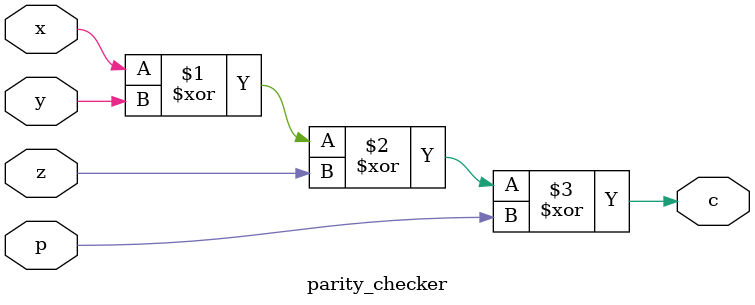
<source format=v>
module parity_checker(c,p,x,y,z);
    output c;
    input x,y,z,p;

    assign c = x^y^z^p;
endmodule
</source>
